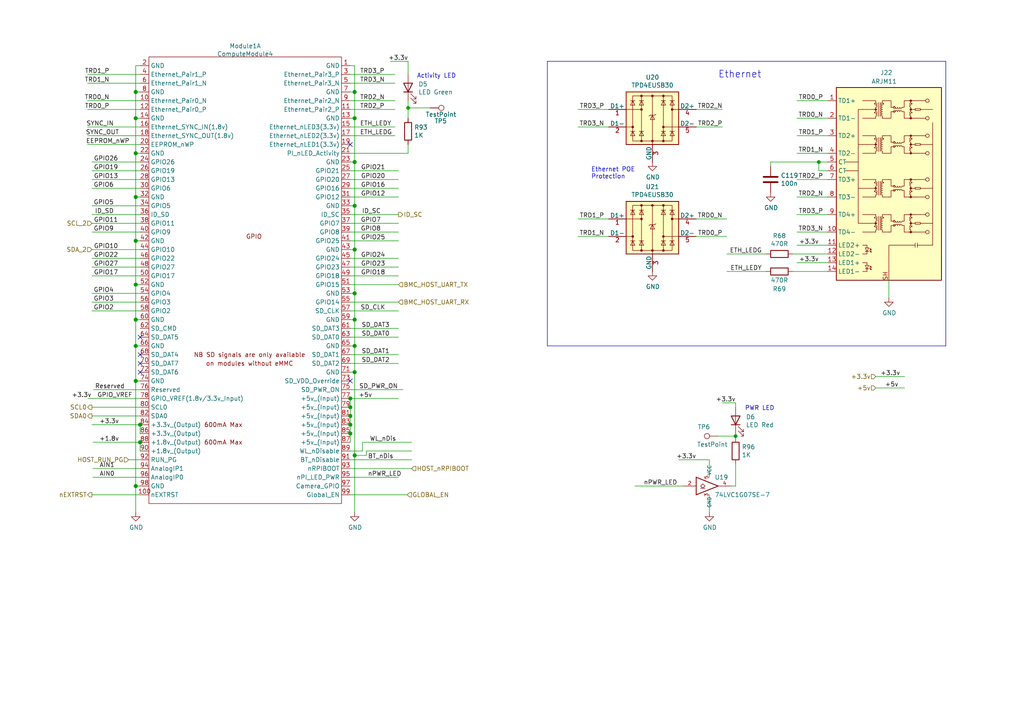
<source format=kicad_sch>
(kicad_sch (version 20210621) (generator eeschema)
  (paper "A4")
  (title_block (title "srvant-board MK1") (date "2021-07-14") (rev "rev-0.1dev"))
  (lib_symbols
    (symbol "CM4IO:74LVC1G07_copy"
      (property "Reference" "U" (at -2.54 3.81 0))
      (property "Value" "74LVC1G07_copy" (at 0 -3.81 0))
      (symbol "74LVC1G07_copy_1_1"
        (pin input line (at -7.62 0 0) (length 3.81) (name "~") (number "2"))
        (pin power_in line (at 0 -2.54 270) (length 0) (name "GND") (number "3"))
        (pin open_collector line (at 6.35 0 180) (length 3.81) (name "~") (number "4"))
        (pin power_in line (at 0 2.54 90) (length 0) (name "VCC") (number "5"))
      )
    )
    (symbol "CM4IO:ComputeModule4-CM4"
      (property "Reference" "Module" (at 113.03 -68.58 0))
      (property "Value" "ComputeModule4-CM4" (at 140.97 2.54 0))
      (property "Field4" "Hirose" (at 0 0 0))
      (property "Field5" "2x DF40C-100DS-0.4V" (at 0 -2.54 0))
      (symbol "ComputeModule4-CM4_1_0"
        (text "GPIO" (at 0 6.35 0) (effects (font (size 1.27 1.27))))
      )
      (symbol "ComputeModule4-CM4_1_1"
        (text "600mA Max" (at -8.89 -53.34 0) (effects (font (size 1.27 1.27))))
        (text "600mA Max" (at -8.89 -48.26 0) (effects (font (size 1.27 1.27))))
        (text "NB SD signals are only available" (at -1.27 -27.94 0) (effects (font (size 1.27 1.27))))
        (text "on modules without eMMC" (at -1.27 -30.48 0) (effects (font (size 1.27 1.27))))
        (pin power_in line (at 27.94 55.88 180) (length 2.54) (name "GND") (number "1"))
        (pin passive line (at -33.02 45.72 0) (length 2.54) (name "Ethernet_Pair0_N") (number "10"))
        (pin output line (at -33.02 -68.58 0) (length 2.54) (name "nEXTRST") (number "100"))
        (pin passive line (at 27.94 43.18 180) (length 2.54) (name "Ethernet_Pair2_P") (number "11"))
        (pin passive line (at -33.02 43.18 0) (length 2.54) (name "Ethernet_Pair0_P") (number "12"))
        (pin power_in line (at 27.94 40.64 180) (length 2.54) (name "GND") (number "13"))
        (pin power_in line (at -33.02 40.64 0) (length 2.54) (name "GND") (number "14"))
        (pin output line (at 27.94 38.1 180) (length 2.54) (name "Ethernet_nLED3(3.3v)") (number "15"))
        (pin input line (at -33.02 38.1 0) (length 2.54) (name "Ethernet_SYNC_IN(1.8v)") (number "16"))
        (pin output line (at 27.94 35.56 180) (length 2.54) (name "Ethernet_nLED2(3.3v)") (number "17"))
        (pin input line (at -33.02 35.56 0) (length 2.54) (name "Ethernet_SYNC_OUT(1.8v)") (number "18"))
        (pin output line (at 27.94 33.02 180) (length 2.54) (name "Ethernet_nLED1(3.3v)") (number "19"))
        (pin power_in line (at -33.02 55.88 0) (length 2.54) (name "GND") (number "2"))
        (pin passive line (at -33.02 33.02 0) (length 2.54) (name "EEPROM_nWP") (number "20"))
        (pin open_collector line (at 27.94 30.48 180) (length 2.54) (name "PI_nLED_Activity") (number "21"))
        (pin power_in line (at -33.02 30.48 0) (length 2.54) (name "GND") (number "22"))
        (pin power_in line (at 27.94 27.94 180) (length 2.54) (name "GND") (number "23"))
        (pin passive line (at -33.02 27.94 0) (length 2.54) (name "GPIO26") (number "24"))
        (pin passive line (at 27.94 25.4 180) (length 2.54) (name "GPIO21") (number "25"))
        (pin passive line (at -33.02 25.4 0) (length 2.54) (name "GPIO19") (number "26"))
        (pin passive line (at 27.94 22.86 180) (length 2.54) (name "GPIO20") (number "27"))
        (pin passive line (at -33.02 22.86 0) (length 2.54) (name "GPIO13") (number "28"))
        (pin passive line (at 27.94 20.32 180) (length 2.54) (name "GPIO16") (number "29"))
        (pin passive line (at 27.94 53.34 180) (length 2.54) (name "Ethernet_Pair3_P") (number "3"))
        (pin passive line (at -33.02 20.32 0) (length 2.54) (name "GPIO6") (number "30"))
        (pin passive line (at 27.94 17.78 180) (length 2.54) (name "GPIO12") (number "31"))
        (pin power_in line (at -33.02 17.78 0) (length 2.54) (name "GND") (number "32"))
        (pin power_in line (at 27.94 15.24 180) (length 2.54) (name "GND") (number "33"))
        (pin passive line (at -33.02 15.24 0) (length 2.54) (name "GPIO5") (number "34"))
        (pin passive line (at 27.94 12.7 180) (length 2.54) (name "ID_SC") (number "35"))
        (pin passive line (at -33.02 12.7 0) (length 2.54) (name "ID_SD") (number "36"))
        (pin passive line (at 27.94 10.16 180) (length 2.54) (name "GPIO7") (number "37"))
        (pin passive line (at -33.02 10.16 0) (length 2.54) (name "GPIO11") (number "38"))
        (pin passive line (at 27.94 7.62 180) (length 2.54) (name "GPIO8") (number "39"))
        (pin passive line (at -33.02 53.34 0) (length 2.54) (name "Ethernet_Pair1_P") (number "4"))
        (pin passive line (at -33.02 7.62 0) (length 2.54) (name "GPIO9") (number "40"))
        (pin passive line (at 27.94 5.08 180) (length 2.54) (name "GPIO25") (number "41"))
        (pin power_in line (at -33.02 5.08 0) (length 2.54) (name "GND") (number "42"))
        (pin power_in line (at 27.94 2.54 180) (length 2.54) (name "GND") (number "43"))
        (pin passive line (at -33.02 2.54 0) (length 2.54) (name "GPIO10") (number "44"))
        (pin passive line (at 27.94 0 180) (length 2.54) (name "GPIO24") (number "45"))
        (pin passive line (at -33.02 0 0) (length 2.54) (name "GPIO22") (number "46"))
        (pin passive line (at 27.94 -2.54 180) (length 2.54) (name "GPIO23") (number "47"))
        (pin passive line (at -33.02 -2.54 0) (length 2.54) (name "GPIO27") (number "48"))
        (pin passive line (at 27.94 -5.08 180) (length 2.54) (name "GPIO18") (number "49"))
        (pin passive line (at 27.94 50.8 180) (length 2.54) (name "Ethernet_Pair3_N") (number "5"))
        (pin passive line (at -33.02 -5.08 0) (length 2.54) (name "GPIO17") (number "50"))
        (pin passive line (at 27.94 -7.62 180) (length 2.54) (name "GPIO15") (number "51"))
        (pin power_in line (at -33.02 -7.62 0) (length 2.54) (name "GND") (number "52"))
        (pin power_in line (at 27.94 -10.16 180) (length 2.54) (name "GND") (number "53"))
        (pin passive line (at -33.02 -10.16 0) (length 2.54) (name "GPIO4") (number "54"))
        (pin passive line (at 27.94 -12.7 180) (length 2.54) (name "GPIO14") (number "55"))
        (pin passive line (at -33.02 -12.7 0) (length 2.54) (name "GPIO3") (number "56"))
        (pin passive line (at 27.94 -15.24 180) (length 2.54) (name "SD_CLK") (number "57"))
        (pin passive line (at -33.02 -15.24 0) (length 2.54) (name "GPIO2") (number "58"))
        (pin power_in line (at 27.94 -17.78 180) (length 2.54) (name "GND") (number "59"))
        (pin passive line (at -33.02 50.8 0) (length 2.54) (name "Ethernet_Pair1_N") (number "6"))
        (pin power_in line (at -33.02 -17.78 0) (length 2.54) (name "GND") (number "60"))
        (pin passive line (at 27.94 -20.32 180) (length 2.54) (name "SD_DAT3") (number "61"))
        (pin passive line (at -33.02 -20.32 0) (length 2.54) (name "SD_CMD") (number "62"))
        (pin passive line (at 27.94 -22.86 180) (length 2.54) (name "SD_DAT0") (number "63"))
        (pin passive line (at -33.02 -22.86 0) (length 2.54) (name "SD_DAT5") (number "64"))
        (pin power_in line (at 27.94 -25.4 180) (length 2.54) (name "GND") (number "65"))
        (pin power_in line (at -33.02 -25.4 0) (length 2.54) (name "GND") (number "66"))
        (pin passive line (at 27.94 -27.94 180) (length 2.54) (name "SD_DAT1") (number "67"))
        (pin passive line (at -33.02 -27.94 0) (length 2.54) (name "SD_DAT4") (number "68"))
        (pin passive line (at 27.94 -30.48 180) (length 2.54) (name "SD_DAT2") (number "69"))
        (pin power_in line (at 27.94 48.26 180) (length 2.54) (name "GND") (number "7"))
        (pin passive line (at -33.02 -30.48 0) (length 2.54) (name "SD_DAT7") (number "70"))
        (pin power_in line (at 27.94 -33.02 180) (length 2.54) (name "GND") (number "71"))
        (pin passive line (at -33.02 -33.02 0) (length 2.54) (name "SD_DAT6") (number "72"))
        (pin input line (at 27.94 -35.56 180) (length 2.54) (name "SD_VDD_Override") (number "73"))
        (pin power_in line (at -33.02 -35.56 0) (length 2.54) (name "GND") (number "74"))
        (pin output line (at 27.94 -38.1 180) (length 2.54) (name "SD_PWR_ON") (number "75"))
        (pin passive line (at -33.02 -38.1 0) (length 2.54) (name "Reserved") (number "76"))
        (pin power_in line (at 27.94 -40.64 180) (length 2.54) (name "+5v_(Input)") (number "77"))
        (pin power_in line (at -33.02 -40.64 0) (length 2.54) (name "GPIO_VREF(1.8v/3.3v_Input)") (number "78"))
        (pin power_in line (at 27.94 -43.18 180) (length 2.54) (name "+5v_(Input)") (number "79"))
        (pin power_in line (at -33.02 48.26 0) (length 2.54) (name "GND") (number "8"))
        (pin passive line (at -33.02 -43.18 0) (length 2.54) (name "SCL0") (number "80"))
        (pin power_in line (at 27.94 -45.72 180) (length 2.54) (name "+5v_(Input)") (number "81"))
        (pin passive line (at -33.02 -45.72 0) (length 2.54) (name "SDA0") (number "82"))
        (pin power_in line (at 27.94 -48.26 180) (length 2.54) (name "+5v_(Input)") (number "83"))
        (pin power_out line (at -33.02 -48.26 0) (length 2.54) (name "+3.3v_(Output)") (number "84"))
        (pin power_in line (at 27.94 -50.8 180) (length 2.54) (name "+5v_(Input)") (number "85"))
        (pin power_out line (at -33.02 -50.8 0) (length 2.54) (name "+3.3v_(Output)") (number "86"))
        (pin power_in line (at 27.94 -53.34 180) (length 2.54) (name "+5v_(Input)") (number "87"))
        (pin power_out line (at -33.02 -53.34 0) (length 2.54) (name "+1.8v_(Output)") (number "88"))
        (pin input line (at 27.94 -55.88 180) (length 2.54) (name "WL_nDisable") (number "89"))
        (pin passive line (at 27.94 45.72 180) (length 2.54) (name "Ethernet_Pair2_N") (number "9"))
        (pin power_out line (at -33.02 -55.88 0) (length 2.54) (name "+1.8v_(Output)") (number "90"))
        (pin input line (at 27.94 -58.42 180) (length 2.54) (name "BT_nDisable") (number "91"))
        (pin passive line (at -33.02 -58.42 0) (length 2.54) (name "RUN_PG") (number "92"))
        (pin input line (at 27.94 -60.96 180) (length 2.54) (name "nRPIBOOT") (number "93"))
        (pin passive line (at -33.02 -60.96 0) (length 2.54) (name "AnalogIP1") (number "94"))
        (pin output line (at 27.94 -63.5 180) (length 2.54) (name "nPI_LED_PWR") (number "95"))
        (pin passive line (at -33.02 -63.5 0) (length 2.54) (name "AnalogIP0") (number "96"))
        (pin passive line (at 27.94 -66.04 180) (length 2.54) (name "Camera_GPIO") (number "97"))
        (pin power_in line (at -33.02 -66.04 0) (length 2.54) (name "GND") (number "98"))
        (pin input line (at 27.94 -68.58 180) (length 2.54) (name "Global_EN") (number "99"))
      )
      (symbol "ComputeModule4-CM4_2_1"
        (text "High Speed Serial" (at 140.97 0 0) (effects (font (size 1.27 1.27))))
        (pin input line (at 170.18 60.96 180) (length 5.08) (name "USB_OTG_ID") (number "101"))
        (pin input line (at 109.22 60.96 0) (length 5.08) (name "PCIe_CLK_nREQ") (number "102"))
        (pin passive line (at 170.18 58.42 180) (length 5.08) (name "USB2_N") (number "103"))
        (pin passive line (at 109.22 58.42 0) (length 5.08) (name "Reserved") (number "104"))
        (pin passive line (at 170.18 55.88 180) (length 5.08) (name "USB2_P") (number "105"))
        (pin passive line (at 109.22 55.88 0) (length 5.08) (name "Reserved") (number "106"))
        (pin power_in line (at 170.18 53.34 180) (length 5.08) (name "GND") (number "107"))
        (pin power_in line (at 109.22 53.34 0) (length 5.08) (name "GND") (number "108"))
        (pin bidirectional line (at 170.18 50.8 180) (length 5.08) (name "PCIe_nRST") (number "109"))
        (pin output line (at 109.22 50.8 0) (length 5.08) (name "PCIe_CLK_P") (number "110"))
        (pin passive line (at 170.18 48.26 180) (length 5.08) (name "VDAC_COMP") (number "111"))
        (pin output line (at 109.22 48.26 0) (length 5.08) (name "PCIe_CLK_N") (number "112"))
        (pin power_in line (at 170.18 45.72 180) (length 5.08) (name "GND") (number "113"))
        (pin power_in line (at 109.22 45.72 0) (length 5.08) (name "GND") (number "114"))
        (pin input line (at 170.18 43.18 180) (length 5.08) (name "CAM1_D0_N") (number "115"))
        (pin input line (at 109.22 43.18 0) (length 5.08) (name "PCIe_RX_P") (number "116"))
        (pin input line (at 170.18 40.64 180) (length 5.08) (name "CAM1_D0_P") (number "117"))
        (pin input line (at 109.22 40.64 0) (length 5.08) (name "PCIe_RX_N") (number "118"))
        (pin power_in line (at 170.18 38.1 180) (length 5.08) (name "GND") (number "119"))
        (pin power_in line (at 109.22 38.1 0) (length 5.08) (name "GND") (number "120"))
        (pin input line (at 170.18 35.56 180) (length 5.08) (name "CAM1_D1_N") (number "121"))
        (pin output line (at 109.22 35.56 0) (length 5.08) (name "PCIe_TX_P") (number "122"))
        (pin input line (at 170.18 33.02 180) (length 5.08) (name "CAM1_D1_P") (number "123"))
        (pin output line (at 109.22 33.02 0) (length 5.08) (name "PCIe_TX_N") (number "124"))
        (pin power_in line (at 170.18 30.48 180) (length 5.08) (name "GND") (number "125"))
        (pin power_in line (at 109.22 30.48 0) (length 5.08) (name "GND") (number "126"))
        (pin input line (at 170.18 27.94 180) (length 5.08) (name "CAM1_C_N") (number "127"))
        (pin input line (at 109.22 27.94 0) (length 5.08) (name "CAM0_D0_N") (number "128"))
        (pin input line (at 170.18 25.4 180) (length 5.08) (name "CAM1_C_P") (number "129"))
        (pin input line (at 109.22 25.4 0) (length 5.08) (name "CAM0_D0_P") (number "130"))
        (pin power_in line (at 170.18 22.86 180) (length 5.08) (name "GND") (number "131"))
        (pin power_in line (at 109.22 22.86 0) (length 5.08) (name "GND") (number "132"))
        (pin input line (at 170.18 20.32 180) (length 5.08) (name "CAM1_D2_N") (number "133"))
        (pin input line (at 109.22 20.32 0) (length 5.08) (name "CAM0_D1_N") (number "134"))
        (pin input line (at 170.18 17.78 180) (length 5.08) (name "CAM1_D2_P") (number "135"))
        (pin input line (at 109.22 17.78 0) (length 5.08) (name "CAM0_D1_P") (number "136"))
        (pin power_in line (at 170.18 15.24 180) (length 5.08) (name "GND") (number "137"))
        (pin power_in line (at 109.22 15.24 0) (length 5.08) (name "GND") (number "138"))
        (pin input line (at 170.18 12.7 180) (length 5.08) (name "CAM1_D3_N") (number "139"))
        (pin input line (at 109.22 12.7 0) (length 5.08) (name "CAM0_C_N") (number "140"))
        (pin input line (at 170.18 10.16 180) (length 5.08) (name "CAM1_D3_P") (number "141"))
        (pin input line (at 109.22 10.16 0) (length 5.08) (name "CAM0_C_P") (number "142"))
        (pin input line (at 170.18 7.62 180) (length 5.08) (name "HDMI1_HOTPLUG") (number "143"))
        (pin power_in line (at 109.22 7.62 0) (length 5.08) (name "GND") (number "144"))
        (pin bidirectional line (at 170.18 5.08 180) (length 5.08) (name "HDMI1_SDA") (number "145"))
        (pin output line (at 109.22 5.08 0) (length 5.08) (name "HDMI1_TX2_P") (number "146"))
        (pin open_collector line (at 170.18 2.54 180) (length 5.08) (name "HDMI1_SCL") (number "147"))
        (pin output line (at 109.22 2.54 0) (length 5.08) (name "HDMI1_TX2_N") (number "148"))
        (pin open_collector line (at 170.18 0 180) (length 5.08) (name "HDMI1_CEC") (number "149"))
        (pin power_in line (at 109.22 0 0) (length 5.08) (name "GND") (number "150"))
        (pin open_collector line (at 170.18 -2.54 180) (length 5.08) (name "HDMI0_CEC") (number "151"))
        (pin output line (at 109.22 -2.54 0) (length 5.08) (name "HDMI1_TX1_P") (number "152"))
        (pin input line (at 170.18 -5.08 180) (length 5.08) (name "HDMI0_HOTPLUG") (number "153"))
        (pin output line (at 109.22 -5.08 0) (length 5.08) (name "HDMI1_TX1_N") (number "154"))
        (pin power_in line (at 170.18 -7.62 180) (length 5.08) (name "GND") (number "155"))
        (pin power_in line (at 109.22 -7.62 0) (length 5.08) (name "GND") (number "156"))
        (pin output line (at 170.18 -10.16 180) (length 5.08) (name "DSI0_D0_N") (number "157"))
        (pin output line (at 109.22 -10.16 0) (length 5.08) (name "HDMI1_TX0_P") (number "158"))
        (pin output line (at 170.18 -12.7 180) (length 5.08) (name "DSI0_D0_P") (number "159"))
        (pin output line (at 109.22 -12.7 0) (length 5.08) (name "HDMI1_TX0_N") (number "160"))
        (pin power_in line (at 170.18 -15.24 180) (length 5.08) (name "GND") (number "161"))
        (pin power_in line (at 109.22 -15.24 0) (length 5.08) (name "GND") (number "162"))
        (pin output line (at 170.18 -17.78 180) (length 5.08) (name "DSI0_D1_N") (number "163"))
        (pin output line (at 109.22 -17.78 0) (length 5.08) (name "HDMI1_CLK_P") (number "164"))
        (pin output line (at 170.18 -20.32 180) (length 5.08) (name "DSI0_D1_P") (number "165"))
        (pin output line (at 109.22 -20.32 0) (length 5.08) (name "HDMI1_CLK_N") (number "166"))
        (pin power_in line (at 170.18 -22.86 180) (length 5.08) (name "GND") (number "167"))
        (pin power_in line (at 109.22 -22.86 0) (length 5.08) (name "GND") (number "168"))
        (pin output line (at 170.18 -25.4 180) (length 5.08) (name "DSI0_C_N") (number "169"))
        (pin output line (at 109.22 -25.4 0) (length 5.08) (name "HDMI0_TX2_P") (number "170"))
        (pin output line (at 170.18 -27.94 180) (length 5.08) (name "DSI0_C_P") (number "171"))
        (pin output line (at 109.22 -27.94 0) (length 5.08) (name "HDMI0_TX2_N") (number "172"))
        (pin power_in line (at 170.18 -30.48 180) (length 5.08) (name "GND") (number "173"))
        (pin power_in line (at 109.22 -30.48 0) (length 5.08) (name "GND") (number "174"))
        (pin output line (at 170.18 -33.02 180) (length 5.08) (name "DSI1_D0_N") (number "175"))
        (pin output line (at 109.22 -33.02 0) (length 5.08) (name "HDMI0_TX1_P") (number "176"))
        (pin output line (at 170.18 -35.56 180) (length 5.08) (name "DSI1_D0_P") (number "177"))
        (pin output line (at 109.22 -35.56 0) (length 5.08) (name "HDMI0_TX1_N") (number "178"))
        (pin power_in line (at 170.18 -38.1 180) (length 5.08) (name "GND") (number "179"))
        (pin power_in line (at 109.22 -38.1 0) (length 5.08) (name "GND") (number "180"))
        (pin output line (at 170.18 -40.64 180) (length 5.08) (name "DSI1_D1_N") (number "181"))
        (pin output line (at 109.22 -40.64 0) (length 5.08) (name "HDMI0_TX0_P") (number "182"))
        (pin output line (at 170.18 -43.18 180) (length 5.08) (name "DSI1_D1_P") (number "183"))
        (pin output line (at 109.22 -43.18 0) (length 5.08) (name "HDMI0_TX0_N") (number "184"))
        (pin power_in line (at 170.18 -45.72 180) (length 5.08) (name "GND") (number "185"))
        (pin power_in line (at 109.22 -45.72 0) (length 5.08) (name "GND") (number "186"))
        (pin output line (at 170.18 -48.26 180) (length 5.08) (name "DSI1_C_N") (number "187"))
        (pin output line (at 109.22 -48.26 0) (length 5.08) (name "HDMI0_CLK_P") (number "188"))
        (pin output line (at 170.18 -50.8 180) (length 5.08) (name "DSI1_C_P") (number "189"))
        (pin output line (at 109.22 -50.8 0) (length 5.08) (name "HDMI0_CLK_N") (number "190"))
        (pin power_in line (at 170.18 -53.34 180) (length 5.08) (name "GND") (number "191"))
        (pin power_in line (at 109.22 -53.34 0) (length 5.08) (name "GND") (number "192"))
        (pin output line (at 170.18 -55.88 180) (length 5.08) (name "DSI1_D2_N") (number "193"))
        (pin output line (at 109.22 -55.88 0) (length 5.08) (name "DSI1_D3_N") (number "194"))
        (pin output line (at 170.18 -58.42 180) (length 5.08) (name "DSI1_D2_P") (number "195"))
        (pin output line (at 109.22 -58.42 0) (length 5.08) (name "DSI1_D3_P") (number "196"))
        (pin power_in line (at 170.18 -60.96 180) (length 5.08) (name "GND") (number "197"))
        (pin power_in line (at 109.22 -60.96 0) (length 5.08) (name "GND") (number "198"))
        (pin bidirectional line (at 170.18 -63.5 180) (length 5.08) (name "HDMI0_SDA") (number "199"))
        (pin open_collector line (at 109.22 -63.5 0) (length 5.08) (name "HDMI0_SCL") (number "200"))
      )
    )
    (symbol "CM4IO:TPD4EUSB30" (pin_names (offset 0))
      (property "Reference" "U" (at -0.635 8.89 0))
      (property "Value" "TPD4EUSB30" (at 8.89 -10.16 0))
      (symbol "TPD4EUSB30_1_1"
        (pin passive line (at -12.7 2.54 0) (length 5.08) (name "D1+") (number "1"))
        (pin passive line (at -12.7 2.54 0) (length 5.08) hide (name "~") (number "10"))
        (pin passive line (at -12.7 -2.54 0) (length 5.08) (name "D1-") (number "2"))
        (pin power_in line (at 0 -12.7 90) (length 5.08) (name "GND") (number "3"))
        (pin passive line (at 12.7 2.54 180) (length 5.08) (name "D2+") (number "4"))
        (pin passive line (at 12.7 -2.54 180) (length 5.08) (name "D2-") (number "5"))
        (pin passive line (at 12.7 -2.54 180) (length 5.08) hide (name "~") (number "6"))
        (pin passive line (at 12.7 2.54 180) (length 5.08) hide (name "~") (number "7"))
        (pin passive line (at 0 -12.7 90) (length 5.08) hide (name "GND") (number "8"))
        (pin passive line (at -12.7 -2.54 0) (length 5.08) hide (name "~") (number "9"))
      )
    )
    (symbol "Connector:ARJM11"
      (property "Reference" "J" (at -11.43 27.94 0))
      (property "Value" "ARJM11" (at 10.16 29.21 0))
      (symbol "ARJM11_1_1"
        (pin passive line (at -17.78 21.59 0) (length 2.54) (name "TD1+") (number "1"))
        (pin passive line (at -17.78 -16.51 0) (length 2.54) (name "TD4-") (number "10"))
        (pin passive line (at -17.78 -20.32 0) (length 2.54) (name "LED2+") (number "11"))
        (pin passive line (at -17.78 -22.86 0) (length 2.54) (name "LED2-") (number "12"))
        (pin passive line (at -17.78 -25.4 0) (length 2.54) (name "LED1+") (number "13"))
        (pin passive line (at -17.78 -27.94 0) (length 2.54) (name "LED1-") (number "14"))
        (pin passive line (at -17.78 16.51 0) (length 2.54) (name "TD1-") (number "2"))
        (pin passive line (at -17.78 11.43 0) (length 2.54) (name "TD2+") (number "3"))
        (pin passive line (at -17.78 6.35 0) (length 2.54) (name "TD2-") (number "4"))
        (pin passive line (at -17.78 3.81 0) (length 2.54) (name "CT") (number "5"))
        (pin passive line (at -17.78 1.27 0) (length 2.54) (name "CT") (number "6"))
        (pin passive line (at -17.78 -1.27 0) (length 2.54) (name "TD3+") (number "7"))
        (pin passive line (at -17.78 -6.35 0) (length 2.54) (name "TD3-") (number "8"))
        (pin passive line (at -17.78 -11.43 0) (length 2.54) (name "TD4+") (number "9"))
        (pin passive line (at 0 -30.48 90) (length 2.54) (name "~") (number "SH"))
      )
    )
    (symbol "Connector:TestPoint" (pin_numbers hide) (pin_names (offset 0.762) hide)
      (property "Reference" "TP" (at 0 6.858 0))
      (property "Value" "TestPoint" (at 0 5.08 0))
      (symbol "TestPoint_1_1"
        (pin passive line (at 0 0 90) (length 2.54) (name "1") (number "1"))
      )
    )
    (symbol "Device:C" (pin_numbers hide) (pin_names (offset 0.254))
      (property "Reference" "C" (at 0.635 2.54 0))
      (property "Value" "C" (at 0.635 -2.54 0))
      (symbol "C_1_1"
        (pin passive line (at 0 3.81 270) (length 2.794) (name "~") (number "1"))
        (pin passive line (at 0 -3.81 90) (length 2.794) (name "~") (number "2"))
      )
    )
    (symbol "Device:LED" (pin_numbers hide) (pin_names hide)
      (property "Reference" "D" (at 0 2.54 0))
      (property "Value" "LED" (at 0 -2.54 0))
      (symbol "LED_1_1"
        (pin passive line (at -3.81 0 0) (length 2.54) (name "K") (number "1"))
        (pin passive line (at 3.81 0 180) (length 2.54) (name "A") (number "2"))
      )
    )
    (symbol "Device:R" (pin_numbers hide) (pin_names (offset 0))
      (property "Reference" "R" (at 2.032 0 90))
      (property "Value" "R" (at 0 0 90))
      (symbol "R_1_1"
        (pin passive line (at 0 3.81 270) (length 1.27) (name "~") (number "1"))
        (pin passive line (at 0 -3.81 90) (length 1.27) (name "~") (number "2"))
      )
    )
    (symbol "power:GND" (power) (pin_names (offset 0))
      (property "Value" "GND" (at 0 -3.81 0))
      (symbol "GND_1_1"
        (pin power_in line (at 0 0 270) (length 0) hide (name "GND") (number "1"))
      )
    )
  )
  (junction (at 39.37 26.67) (diameter 1.016))
  (junction (at 39.37 34.29) (diameter 1.016))
  (junction (at 39.37 44.45) (diameter 1.016))
  (junction (at 39.37 57.15) (diameter 1.016))
  (junction (at 39.37 69.85) (diameter 1.016))
  (junction (at 39.37 82.55) (diameter 1.016))
  (junction (at 39.37 92.71) (diameter 1.016))
  (junction (at 39.37 100.33) (diameter 1.016))
  (junction (at 39.37 110.49) (diameter 1.016))
  (junction (at 39.37 140.97) (diameter 1.016))
  (junction (at 40.64 123.19) (diameter 1.016))
  (junction (at 40.64 128.27) (diameter 1.016))
  (junction (at 101.6 115.57) (diameter 1.016))
  (junction (at 101.6 118.11) (diameter 1.016))
  (junction (at 101.6 120.65) (diameter 1.016))
  (junction (at 101.6 123.19) (diameter 1.016))
  (junction (at 101.6 125.73) (diameter 1.016))
  (junction (at 102.87 26.67) (diameter 1.016))
  (junction (at 102.87 34.29) (diameter 1.016))
  (junction (at 102.87 46.99) (diameter 1.016))
  (junction (at 102.87 59.69) (diameter 1.016))
  (junction (at 102.87 72.39) (diameter 1.016))
  (junction (at 102.87 85.09) (diameter 1.016))
  (junction (at 102.87 92.71) (diameter 1.016))
  (junction (at 102.87 100.33) (diameter 1.016))
  (junction (at 102.87 107.95) (diameter 1.016))
  (junction (at 102.87 132.08) (diameter 1.016))
  (junction (at 118.364 31.2928) (diameter 0.9144))
  (junction (at 213.36 126.492) (diameter 0.9144))
  (junction (at 237.49 46.99) (diameter 0.9144))
  (no_connect (at 40.64 97.79))
  (no_connect (at 40.64 102.87))
  (no_connect (at 40.64 105.41))
  (no_connect (at 40.64 107.95))
  (no_connect (at 101.6 41.91))
  (no_connect (at 101.6 110.49))
  (wire (pts (xy 25.4 21.59) (xy 40.64 21.59)))
  (wire (pts (xy 25.4 24.13) (xy 40.64 24.13)))
  (wire (pts (xy 25.4 29.21) (xy 40.64 29.21)))
  (wire (pts (xy 25.4 31.75) (xy 40.64 31.75)))
  (wire (pts (xy 25.4 36.83) (xy 40.64 36.83)))
  (wire (pts (xy 25.4 39.37) (xy 40.64 39.37)))
  (wire (pts (xy 25.4 41.91) (xy 40.64 41.91)))
  (wire (pts (xy 25.527 115.57) (xy 40.64 115.57)))
  (wire (pts (xy 26.67 46.99) (xy 40.64 46.99)))
  (wire (pts (xy 26.67 49.53) (xy 40.64 49.53)))
  (wire (pts (xy 26.67 52.07) (xy 40.64 52.07)))
  (wire (pts (xy 26.67 54.61) (xy 40.64 54.61)))
  (wire (pts (xy 26.67 59.69) (xy 40.64 59.69)))
  (wire (pts (xy 26.67 62.23) (xy 40.64 62.23)))
  (wire (pts (xy 26.67 64.77) (xy 40.64 64.77)))
  (wire (pts (xy 26.67 67.31) (xy 40.64 67.31)))
  (wire (pts (xy 26.67 72.39) (xy 40.64 72.39)))
  (wire (pts (xy 26.67 74.93) (xy 40.64 74.93)))
  (wire (pts (xy 26.67 77.47) (xy 40.64 77.47)))
  (wire (pts (xy 26.67 80.01) (xy 40.64 80.01)))
  (wire (pts (xy 26.67 85.09) (xy 40.64 85.09)))
  (wire (pts (xy 26.67 87.63) (xy 40.64 87.63)))
  (wire (pts (xy 26.67 90.17) (xy 40.64 90.17)))
  (wire (pts (xy 26.67 118.11) (xy 40.64 118.11)))
  (wire (pts (xy 26.67 120.65) (xy 40.64 120.65)))
  (wire (pts (xy 26.67 123.19) (xy 40.64 123.19)))
  (wire (pts (xy 26.67 143.51) (xy 40.64 143.51)))
  (wire (pts (xy 26.924 128.27) (xy 40.64 128.27)))
  (wire (pts (xy 26.924 135.89) (xy 40.64 135.89)))
  (wire (pts (xy 26.924 138.43) (xy 40.64 138.43)))
  (wire (pts (xy 27.1272 113.03) (xy 40.64 113.03)))
  (wire (pts (xy 37.2872 133.35) (xy 40.64 133.35)))
  (wire (pts (xy 39.37 19.05) (xy 39.37 26.67)))
  (wire (pts (xy 39.37 26.67) (xy 39.37 34.29)))
  (wire (pts (xy 39.37 34.29) (xy 39.37 44.45)))
  (wire (pts (xy 39.37 44.45) (xy 39.37 57.15)))
  (wire (pts (xy 39.37 44.45) (xy 40.64 44.45)))
  (wire (pts (xy 39.37 57.15) (xy 39.37 69.85)))
  (wire (pts (xy 39.37 57.15) (xy 40.64 57.15)))
  (wire (pts (xy 39.37 69.85) (xy 39.37 82.55)))
  (wire (pts (xy 39.37 69.85) (xy 40.64 69.85)))
  (wire (pts (xy 39.37 82.55) (xy 39.37 92.71)))
  (wire (pts (xy 39.37 82.55) (xy 40.64 82.55)))
  (wire (pts (xy 39.37 92.71) (xy 39.37 100.33)))
  (wire (pts (xy 39.37 92.71) (xy 40.64 92.71)))
  (wire (pts (xy 39.37 100.33) (xy 39.37 110.49)))
  (wire (pts (xy 39.37 100.33) (xy 40.64 100.33)))
  (wire (pts (xy 39.37 110.49) (xy 39.37 140.97)))
  (wire (pts (xy 39.37 110.49) (xy 40.64 110.49)))
  (wire (pts (xy 39.37 140.97) (xy 39.37 148.59)))
  (wire (pts (xy 40.64 19.05) (xy 39.37 19.05)))
  (wire (pts (xy 40.64 26.67) (xy 39.37 26.67)))
  (wire (pts (xy 40.64 34.29) (xy 39.37 34.29)))
  (wire (pts (xy 40.64 125.73) (xy 40.64 123.19)))
  (wire (pts (xy 40.64 128.27) (xy 40.894 128.27)))
  (wire (pts (xy 40.64 130.81) (xy 40.64 128.27)))
  (wire (pts (xy 40.64 140.97) (xy 39.37 140.97)))
  (wire (pts (xy 101.6 19.05) (xy 102.87 19.05)))
  (wire (pts (xy 101.6 21.59) (xy 114.554 21.59)))
  (wire (pts (xy 101.6 24.13) (xy 114.554 24.13)))
  (wire (pts (xy 101.6 26.67) (xy 102.87 26.67)))
  (wire (pts (xy 101.6 29.21) (xy 114.554 29.21)))
  (wire (pts (xy 101.6 31.75) (xy 114.554 31.75)))
  (wire (pts (xy 101.6 34.29) (xy 102.87 34.29)))
  (wire (pts (xy 101.6 36.83) (xy 114.554 36.83)))
  (wire (pts (xy 101.6 39.37) (xy 114.554 39.37)))
  (wire (pts (xy 101.6 44.45) (xy 118.364 44.45)))
  (wire (pts (xy 101.6 46.99) (xy 102.87 46.99)))
  (wire (pts (xy 101.6 49.53) (xy 115.57 49.53)))
  (wire (pts (xy 101.6 52.07) (xy 115.57 52.07)))
  (wire (pts (xy 101.6 54.61) (xy 115.57 54.61)))
  (wire (pts (xy 101.6 57.15) (xy 115.57 57.15)))
  (wire (pts (xy 101.6 59.69) (xy 102.87 59.69)))
  (wire (pts (xy 101.6 62.23) (xy 115.57 62.23)))
  (wire (pts (xy 101.6 64.77) (xy 115.57 64.77)))
  (wire (pts (xy 101.6 67.31) (xy 115.57 67.31)))
  (wire (pts (xy 101.6 69.85) (xy 115.57 69.85)))
  (wire (pts (xy 101.6 72.39) (xy 102.87 72.39)))
  (wire (pts (xy 101.6 74.93) (xy 115.57 74.93)))
  (wire (pts (xy 101.6 77.47) (xy 115.57 77.47)))
  (wire (pts (xy 101.6 80.01) (xy 115.57 80.01)))
  (wire (pts (xy 101.6 82.55) (xy 115.57 82.55)))
  (wire (pts (xy 101.6 85.09) (xy 102.87 85.09)))
  (wire (pts (xy 101.6 87.63) (xy 115.57 87.63)))
  (wire (pts (xy 101.6 92.71) (xy 102.87 92.71)))
  (wire (pts (xy 101.6 97.79) (xy 115.57 97.79)))
  (wire (pts (xy 101.6 100.33) (xy 102.87 100.33)))
  (wire (pts (xy 101.6 105.41) (xy 115.57 105.41)))
  (wire (pts (xy 101.6 107.95) (xy 102.87 107.95)))
  (wire (pts (xy 101.6 113.03) (xy 116.84 113.03)))
  (wire (pts (xy 101.6 115.57) (xy 101.6 118.11)))
  (wire (pts (xy 101.6 115.57) (xy 115.57 115.57)))
  (wire (pts (xy 101.6 118.11) (xy 101.6 120.65)))
  (wire (pts (xy 101.6 120.65) (xy 101.6 123.19)))
  (wire (pts (xy 101.6 123.19) (xy 101.6 125.73)))
  (wire (pts (xy 101.6 125.73) (xy 101.6 128.27)))
  (wire (pts (xy 101.6 130.81) (xy 105.156 130.81)))
  (wire (pts (xy 101.6 133.35) (xy 119.38 133.35)))
  (wire (pts (xy 101.6 135.89) (xy 119.38 135.89)))
  (wire (pts (xy 101.6 138.43) (xy 115.57 138.43)))
  (wire (pts (xy 101.6 143.51) (xy 118.11 143.51)))
  (wire (pts (xy 102.87 19.05) (xy 102.87 26.67)))
  (wire (pts (xy 102.87 26.67) (xy 102.87 34.29)))
  (wire (pts (xy 102.87 34.29) (xy 102.87 46.99)))
  (wire (pts (xy 102.87 46.99) (xy 102.87 59.69)))
  (wire (pts (xy 102.87 59.69) (xy 102.87 72.39)))
  (wire (pts (xy 102.87 72.39) (xy 102.87 85.09)))
  (wire (pts (xy 102.87 85.09) (xy 102.87 92.71)))
  (wire (pts (xy 102.87 92.71) (xy 102.87 100.33)))
  (wire (pts (xy 102.87 100.33) (xy 102.87 107.95)))
  (wire (pts (xy 102.87 107.95) (xy 102.87 132.08)))
  (wire (pts (xy 102.87 132.08) (xy 102.87 148.59)))
  (wire (pts (xy 102.87 132.08) (xy 106.2482 132.08)))
  (wire (pts (xy 105.156 128.27) (xy 119.38 128.27)))
  (wire (pts (xy 105.156 130.81) (xy 105.156 128.27)))
  (wire (pts (xy 106.2482 130.81) (xy 119.38 130.81)))
  (wire (pts (xy 106.2482 132.08) (xy 106.2482 130.81)))
  (wire (pts (xy 113.284 17.78) (xy 118.364 17.78)))
  (wire (pts (xy 115.57 90.17) (xy 101.6 90.17)))
  (wire (pts (xy 115.57 95.25) (xy 101.6 95.25)))
  (wire (pts (xy 115.57 102.87) (xy 101.6 102.87)))
  (wire (pts (xy 118.364 21.59) (xy 118.364 17.78)))
  (wire (pts (xy 118.364 29.21) (xy 118.364 31.2928)))
  (wire (pts (xy 118.364 31.2928) (xy 118.364 34.29)))
  (wire (pts (xy 118.364 31.2928) (xy 124.714 31.2928)))
  (wire (pts (xy 118.364 44.45) (xy 118.364 41.91)))
  (wire (pts (xy 167.64 31.75) (xy 176.53 31.75)))
  (wire (pts (xy 167.64 36.83) (xy 176.53 36.83)))
  (wire (pts (xy 167.64 63.5) (xy 176.53 63.5)))
  (wire (pts (xy 176.53 68.58) (xy 167.64 68.58)))
  (wire (pts (xy 184.15 140.97) (xy 198.12 140.97)))
  (wire (pts (xy 201.93 31.75) (xy 209.55 31.75)))
  (wire (pts (xy 201.93 36.83) (xy 209.55 36.83)))
  (wire (pts (xy 201.93 63.5) (xy 210.82 63.5)))
  (wire (pts (xy 201.93 68.58) (xy 210.82 68.58)))
  (wire (pts (xy 205.74 133.35) (xy 196.85 133.35)))
  (wire (pts (xy 205.74 138.43) (xy 205.74 133.35)))
  (wire (pts (xy 205.74 143.51) (xy 205.74 148.59)))
  (wire (pts (xy 208.3562 126.492) (xy 213.36 126.492)))
  (wire (pts (xy 210.82 73.66) (xy 222.25 73.66)))
  (wire (pts (xy 210.82 78.74) (xy 222.25 78.74)))
  (wire (pts (xy 213.36 116.84) (xy 209.55 116.84)))
  (wire (pts (xy 213.36 118.11) (xy 213.36 116.84)))
  (wire (pts (xy 213.36 125.73) (xy 213.36 126.492)))
  (wire (pts (xy 213.36 126.492) (xy 213.36 127)))
  (wire (pts (xy 213.36 134.62) (xy 213.36 140.97)))
  (wire (pts (xy 213.36 140.97) (xy 212.09 140.97)))
  (wire (pts (xy 223.52 46.99) (xy 237.49 46.99)))
  (wire (pts (xy 223.52 48.26) (xy 223.52 46.99)))
  (wire (pts (xy 229.87 73.66) (xy 240.03 73.66)))
  (wire (pts (xy 229.87 78.74) (xy 240.03 78.74)))
  (wire (pts (xy 231.14 29.21) (xy 240.03 29.21)))
  (wire (pts (xy 231.14 34.29) (xy 240.03 34.29)))
  (wire (pts (xy 231.14 39.37) (xy 240.03 39.37)))
  (wire (pts (xy 231.14 44.45) (xy 240.03 44.45)))
  (wire (pts (xy 231.14 52.07) (xy 240.03 52.07)))
  (wire (pts (xy 231.14 57.15) (xy 240.03 57.15)))
  (wire (pts (xy 231.14 62.23) (xy 240.03 62.23)))
  (wire (pts (xy 231.14 67.31) (xy 240.03 67.31)))
  (wire (pts (xy 231.14 71.12) (xy 240.03 71.12)))
  (wire (pts (xy 231.14 76.2) (xy 240.03 76.2)))
  (wire (pts (xy 237.49 46.99) (xy 240.03 46.99)))
  (wire (pts (xy 237.49 49.53) (xy 237.49 46.99)))
  (wire (pts (xy 240.03 49.53) (xy 237.49 49.53)))
  (wire (pts (xy 254 109.22) (xy 262.382 109.22)))
  (wire (pts (xy 254 112.522) (xy 262.382 112.522)))
  (wire (pts (xy 257.81 81.28) (xy 257.81 86.36)))
  (polyline (pts (xy 158.75 17.78) (xy 274.32 17.78)) (stroke (width 0) (type solid)))
  (polyline (pts (xy 158.75 100.33) (xy 158.75 17.78)) (stroke (width 0) (type solid)))
  (polyline (pts (xy 274.32 17.78) (xy 274.32 100.33)) (stroke (width 0) (type solid)))
  (polyline (pts (xy 274.32 100.33) (xy 158.75 100.33)) (stroke (width 0) (type solid)))
  (text "Activity LED" (at 120.904 22.86 0) (effects (font (size 1.27 1.27)) (justify left bottom)))
  (text "Ethernet POE\nProtection" (at 171.45 52.07 0) (effects (font (size 1.27 1.27)) (justify left bottom)))
  (text "Ethernet" (at 208.28 22.86 0) (effects (font (size 2.0066 2.0066)) (justify left bottom)))
  (text "PWR LED" (at 216.027 119.253 0) (effects (font (size 1.27 1.27)) (justify left bottom)))
  (label "+3.3v" (at 26.543 115.57 180))
  (label "GPIO_VREF" (at 28.194 115.57 0))
  (label "TRD1_P" (at 31.75 21.59 180))
  (label "TRD1_N" (at 31.75 24.13 180))
  (label "TRD0_N" (at 31.75 29.21 180))
  (label "TRD0_P" (at 31.75 31.75 180))
  (label "SYNC_IN" (at 33.02 36.83 180))
  (label "GPIO6" (at 33.02 54.61 180))
  (label "GPIO5" (at 33.02 59.69 180))
  (label "ID_SD" (at 33.02 62.23 180))
  (label "GPIO9" (at 33.02 67.31 180))
  (label "GPIO4" (at 33.02 85.09 180))
  (label "GPIO3" (at 33.02 87.63 180))
  (label "GPIO2" (at 33.02 90.17 180))
  (label "AIN1" (at 33.274 135.89 180))
  (label "AIN0" (at 33.274 138.43 180))
  (label "GPIO26" (at 34.29 46.99 180))
  (label "GPIO19" (at 34.29 49.53 180))
  (label "GPIO13" (at 34.29 52.07 180))
  (label "GPIO11" (at 34.29 64.77 180))
  (label "GPIO10" (at 34.29 72.39 180))
  (label "GPIO22" (at 34.29 74.93 180))
  (label "GPIO27" (at 34.29 77.47 180))
  (label "GPIO17" (at 34.29 80.01 180))
  (label "SYNC_OUT" (at 34.544 39.37 180))
  (label "+3.3v" (at 34.544 123.19 180))
  (label "+1.8v" (at 34.544 128.27 180))
  (label "Reserved" (at 36.195 113.03 180))
  (label "EEPROM_nWP" (at 37.592 41.91 180))
  (label "SD_PWR_ON" (at 104.14 113.03 0))
  (label "TRD3_P" (at 104.394 21.59 0))
  (label "TRD3_N" (at 104.394 24.13 0))
  (label "TRD2_N" (at 104.394 29.21 0))
  (label "TRD2_P" (at 104.394 31.75 0))
  (label "ETH_LEDY" (at 104.394 36.83 0))
  (label "ETH_LEDG" (at 104.394 39.37 0))
  (label "nPWR_LED" (at 106.68 138.43 0))
  (label "+5v" (at 107.95 115.57 180))
  (label "ID_SC" (at 110.49 62.23 180))
  (label "GPIO7" (at 110.49 64.77 180))
  (label "GPIO8" (at 110.49 67.31 180))
  (label "GPIO21" (at 111.76 49.53 180))
  (label "GPIO20" (at 111.76 52.07 180))
  (label "GPIO16" (at 111.76 54.61 180))
  (label "GPIO12" (at 111.76 57.15 180))
  (label "GPIO25" (at 111.76 69.85 180))
  (label "GPIO24" (at 111.76 74.93 180))
  (label "GPIO23" (at 111.76 77.47 180))
  (label "GPIO18" (at 111.76 80.01 180))
  (label "SD_CLK" (at 111.76 90.17 180))
  (label "SD_DAT3" (at 113.03 95.25 180))
  (label "SD_DAT0" (at 113.03 97.79 180))
  (label "SD_DAT1" (at 113.03 102.87 180))
  (label "SD_DAT2" (at 113.03 105.41 180))
  (label "BT_nDis" (at 114.1476 133.35 180))
  (label "WL_nDis" (at 114.935 128.27 180))
  (label "+3.3v" (at 118.364 17.78 180))
  (label "TRD3_P" (at 175.26 31.75 180))
  (label "TRD3_N" (at 175.26 36.83 180))
  (label "TRD1_P" (at 175.26 63.5 180))
  (label "TRD1_N" (at 175.26 68.58 180))
  (label "nPWR_LED" (at 186.69 140.97 0))
  (label "+3.3v" (at 201.93 133.35 180))
  (label "TRD2_N" (at 209.55 31.75 180))
  (label "TRD2_P" (at 209.55 36.83 180))
  (label "TRD0_N" (at 209.55 63.5 180))
  (label "TRD0_P" (at 209.55 68.58 180))
  (label "+3.3v" (at 213.36 116.84 180))
  (label "ETH_LEDG" (at 220.98 73.66 180))
  (label "ETH_LEDY" (at 220.98 78.74 180))
  (label "+3.3v" (at 237.49 71.12 180))
  (label "+3.3v" (at 237.49 76.2 180))
  (label "TRD0_P" (at 238.76 29.21 180))
  (label "TRD0_N" (at 238.76 34.29 180))
  (label "TRD1_P" (at 238.76 39.37 180))
  (label "TRD1_N" (at 238.76 44.45 180))
  (label "TRD2_P" (at 238.76 52.07 180))
  (label "TRD2_N" (at 238.76 57.15 180))
  (label "TRD3_P" (at 238.76 62.23 180))
  (label "TRD3_N" (at 238.76 67.31 180))
  (label "+5v" (at 260.604 112.522 180))
  (label "+3.3v" (at 261.112 109.22 180))
  (hierarchical_label "SCL_2" (shape input) (at 26.67 64.77 180))
  (hierarchical_label "SDA_2" (shape input) (at 26.67 72.39 180))
  (hierarchical_label "SCL0" (shape output) (at 26.67 118.11 180))
  (hierarchical_label "SDA0" (shape output) (at 26.67 120.65 180))
  (hierarchical_label "nEXTRST" (shape output) (at 26.67 143.51 180))
  (hierarchical_label "HOST_RUN_PG" (shape input) (at 37.2872 133.35 180))
  (hierarchical_label "ID_SC" (shape output) (at 115.57 62.23 0))
  (hierarchical_label "BMC_HOST_UART_TX" (shape input) (at 115.57 82.55 0))
  (hierarchical_label "BMC_HOST_UART_RX" (shape input) (at 115.57 87.63 0))
  (hierarchical_label "GLOBAL_EN" (shape input) (at 118.11 143.51 0))
  (hierarchical_label "HOST_nRPIBOOT" (shape input) (at 119.38 135.89 0))
  (hierarchical_label "+3.3v" (shape input) (at 254 109.22 180))
  (hierarchical_label "+5v" (shape input) (at 254 112.522 180))
  (symbol (lib_id "Connector:TestPoint") (at 124.714 31.2928 270) (unit 1)
    (property "Reference" "TP5" (at 125.984 35.1028 90) (effects (justify left)))
    (property "Value" "TestPoint" (at 123.444 33.1978 90) (effects (justify left)))
    (property "Footprint" "TestPoint:TestPoint_Pad_2.0x2.0mm" (effects hide))
    (property "Field4" "nf" (effects hide))
    (property "Field5" "nf" (effects hide))
    (property "Field6" "nf" (effects hide))
    (property "Field7" "nf" (effects hide))
  )
  (symbol (lib_id "Connector:TestPoint") (at 208.3562 126.492 90) (unit 1)
    (property "Reference" "TP6" (at 205.994 123.825 90) (effects (justify left)))
    (property "Value" "TestPoint" (at 211.074 128.905 90) (effects (justify left)))
    (property "Footprint" "TestPoint:TestPoint_Pad_2.0x2.0mm" (effects hide))
    (property "Field4" "nf" (effects hide))
    (property "Field5" "nf" (effects hide))
    (property "Field6" "nf" (effects hide))
    (property "Field7" "nf" (effects hide))
  )
  (symbol (lib_id "power:GND") (at 39.37 148.59 0) (unit 1)
    (property "Reference" "#PWR0184" (effects hide))
    (property "Value" "GND" (at 39.497 152.9842 0))
  )
  (symbol (lib_id "power:GND") (at 102.87 148.59 0) (unit 1)
    (property "Reference" "#PWR0185" (effects hide))
    (property "Value" "GND" (at 102.997 152.9842 0))
  )
  (symbol (lib_id "power:GND") (at 189.23 46.99 0) (unit 1)
    (property "Reference" "#PWR0191" (effects hide))
    (property "Value" "GND" (at 189.357 51.3842 0))
  )
  (symbol (lib_id "power:GND") (at 189.23 78.74 0) (unit 1)
    (property "Reference" "#PWR0190" (effects hide))
    (property "Value" "GND" (at 189.357 83.1342 0))
  )
  (symbol (lib_id "power:GND") (at 205.74 148.59 0) (unit 1)
    (property "Reference" "#PWR0187" (effects hide))
    (property "Value" "GND" (at 205.867 152.9842 0))
  )
  (symbol (lib_id "power:GND") (at 223.52 55.88 0) (unit 1)
    (property "Reference" "#PWR0192" (effects hide))
    (property "Value" "GND" (at 223.647 60.2742 0))
  )
  (symbol (lib_id "power:GND") (at 257.81 86.36 0) (unit 1)
    (property "Reference" "#PWR0189" (effects hide))
    (property "Value" "GND" (at 257.937 90.7542 0))
  )
  (symbol (lib_id "Device:R") (at 118.364 38.1 0) (unit 1)
    (property "Reference" "R93" (at 120.142 36.9316 0) (effects (justify left)))
    (property "Value" "1K" (at 120.142 39.243 0) (effects (justify left)))
    (property "Footprint" "Resistor_SMD:R_0402_1005Metric" (effects hide))
    (property "Datasheet" "https://fscdn.rohm.com/en/products/databook/datasheet/passive/resistor/chip_resistor/mcr-e.pdf" (effects hide))
    (property "Field4" "Farnell" (effects hide))
    (property "Field5" "9239235" (effects hide))
    (property "Field7" "KOA EUROPE GMBH" (effects hide))
    (property "Field6" "RK73H1ETTP1001F" (effects hide))
    (property "Part Description" "Resistor 1K M1005 1% 63mW" (effects hide))
    (property "Field8" "125049511" (effects hide))
  )
  (symbol (lib_id "Device:R") (at 213.36 130.81 0) (unit 1)
    (property "Reference" "R96" (at 215.138 129.6416 0) (effects (justify left)))
    (property "Value" "1K" (at 215.138 131.953 0) (effects (justify left)))
    (property "Footprint" "Resistor_SMD:R_0402_1005Metric" (effects hide))
    (property "Datasheet" "https://fscdn.rohm.com/en/products/databook/datasheet/passive/resistor/chip_resistor/mcr-e.pdf" (effects hide))
    (property "Field4" "Farnell" (effects hide))
    (property "Field5" "9239235" (effects hide))
    (property "Field7" "KOA EUROPE GMBH" (effects hide))
    (property "Field6" "RK73H1ETTP1001F" (effects hide))
    (property "Part Description" "Resistor 1K M1005 1% 63mW" (effects hide))
    (property "Field8" "125049511" (effects hide))
  )
  (symbol (lib_id "Device:R") (at 226.06 73.66 270) (unit 1)
    (property "Reference" "R68" (at 226.06 68.4022 90))
    (property "Value" "470R" (at 226.06 70.7136 90))
    (property "Footprint" "Resistor_SMD:R_0402_1005Metric" (effects hide))
    (property "Datasheet" "https://fscdn.rohm.com/en/products/databook/datasheet/passive/resistor/chip_resistor/mcr-e.pdf" (effects hide))
    (property "Field4" "Farnell" (effects hide))
    (property "Field5" "9239197" (effects hide))
    (property "Field7" "KOA EUROPE GMBH" (effects hide))
    (property "Field6" "RK73G1ETQTP4700D         " (effects hide))
    (property "Field8" "120887981" (effects hide))
    (property "Part Description" "Resistor 470R M1005 1% 63mW" (effects hide))
  )
  (symbol (lib_id "Device:R") (at 226.06 78.74 270) (unit 1)
    (property "Reference" "R69" (at 226.06 83.82 90))
    (property "Value" "470R" (at 226.06 81.28 90))
    (property "Footprint" "Resistor_SMD:R_0402_1005Metric" (effects hide))
    (property "Datasheet" "https://fscdn.rohm.com/en/products/databook/datasheet/passive/resistor/chip_resistor/mcr-e.pdf" (effects hide))
    (property "Field4" "Farnell" (effects hide))
    (property "Field5" "9239197" (effects hide))
    (property "Field7" "KOA EUROPE GMBH" (effects hide))
    (property "Field6" "RK73G1ETQTP4700D         " (effects hide))
    (property "Field8" "120887981" (effects hide))
    (property "Part Description" "Resistor 470R M1005 1% 63mW" (effects hide))
  )
  (symbol (lib_id "Device:LED") (at 118.364 25.4 90) (unit 1)
    (property "Reference" "D5" (at 121.3358 24.4094 90) (effects (justify right)))
    (property "Value" "LED Green" (at 121.3358 26.7208 90) (effects (justify right)))
    (property "Footprint" "LED_SMD:LED_0603_1608Metric" (effects hide))
    (property "Datasheet" "http://optoelectronics.liteon.com/upload/download/DS22-2000-226/LTST-S270KGKT.pdf" (effects hide))
    (property "Field4" "Digikey " (effects hide))
    (property "Field5" "LTST-S270KGKT" (effects hide))
    (property "Field6" "SML-A12M8TT86N" (effects hide))
    (property "Field7" "Rohm" (effects hide))
    (property "Field8" "650263301" (effects hide))
    (property "Part Description" "	Green 572nm LED Indication - Discrete 2.2V 2-SMD, No Lead" (effects hide))
  )
  (symbol (lib_id "Device:LED") (at 213.36 121.92 90) (unit 1)
    (property "Reference" "D6" (at 216.3318 120.9294 90) (effects (justify right)))
    (property "Value" "LED Red" (at 216.3318 123.2408 90) (effects (justify right)))
    (property "Footprint" "LED_SMD:LED_0603_1608Metric" (effects hide))
    (property "Datasheet" "http://optoelectronics.liteon.com/upload/download/DS22-2000-210/LTST-S270KRKT.pdf" (effects hide))
    (property "Field4" "Digikey " (effects hide))
    (property "Field5" "	LTST-S270KRKT" (effects hide))
    (property "Field6" "SML-A12U8TT86Q" (effects hide))
    (property "Field7" "Rohm" (effects hide))
    (property "Field8" "650295101" (effects hide))
    (property "Part Description" "	Red 620nm LED Indication - Discrete 2.2V 2-SMD, No Lead" (effects hide))
  )
  (symbol (lib_id "Device:C") (at 223.52 52.07 0) (unit 1)
    (property "Reference" "C119" (at 226.441 50.9016 0) (effects (justify left)))
    (property "Value" "100n" (at 226.441 53.213 0) (effects (justify left)))
    (property "Footprint" "Capacitor_SMD:C_0402_1005Metric" (effects hide))
    (property "Datasheet" "https://search.murata.co.jp/Ceramy/image/img/A01X/G101/ENG/GRM155R71C104KA88-01.pdf" (effects hide))
    (property "Field4" "Farnell" (effects hide))
    (property "Field5" "2611911" (effects hide))
    (property "Field6" "RM EMK105 B7104KV-F" (effects hide))
    (property "Field7" "TAIYO YUDEN EUROPE GMBH" (effects hide))
    (property "Part Description" "	0.1uF 10% 16V Ceramic Capacitor X7R 0402 (1005 Metric)" (effects hide))
    (property "Field8" "110091611" (effects hide))
  )
  (symbol (lib_id "CM4IO:74LVC1G07_copy") (at 205.74 140.97 0) (unit 1)
    (property "Reference" "U19" (at 207.264 138.43 0) (effects (justify left)))
    (property "Value" "74LVC1G07SE-7" (at 207.264 143.51 0) (effects (justify left)))
    (property "Footprint" "Package_TO_SOT_SMD:SOT-353_SC-70-5" (effects hide))
    (property "Datasheet" "https://www.diodes.com/assets/Datasheets/74LVC1G07.pdf" (effects hide))
    (property "Field4" "Farnell" (effects hide))
    (property "Field5" "2425492" (effects hide))
    (property "Field6" "74LVC1G07SE-7" (effects hide))
    (property "Field7" "Diodes" (effects hide))
    (property "Part Description" "Buffer, Non-Inverting 1 Element 1 Bit per Element Open Drain Output SOT-353" (effects hide))
  )
  (symbol (lib_id "CM4IO:TPD4EUSB30") (at 189.23 34.29 0) (unit 1)
    (property "Reference" "U20" (at 189.23 22.4282 0))
    (property "Value" "TPD4EUSB30" (at 189.23 24.7396 0))
    (property "Footprint" "Package_SON:USON-10_2.5x1.0mm_P0.5mm" (effects hide))
    (property "Datasheet" "http://www.ti.com/lit/ds/symlink/tpd2eusb30a.pdf" (effects hide))
    (property "Field4" "Farnell" (effects hide))
    (property "Field5" "2335455" (effects hide))
    (property "Field6" "CDDFN10-3324P-13" (effects hide))
    (property "Field7" "Bourns" (effects hide))
    (property "Field8" "UDIO00346" (effects hide))
    (property "Part Description" "Quad TVS diode for high speed signals (USB3, GigE etc.)" (effects hide))
  )
  (symbol (lib_id "CM4IO:TPD4EUSB30") (at 189.23 66.04 0) (unit 1)
    (property "Reference" "U21" (at 189.23 54.1782 0))
    (property "Value" "TPD4EUSB30" (at 189.23 56.4896 0))
    (property "Footprint" "Package_SON:USON-10_2.5x1.0mm_P0.5mm" (effects hide))
    (property "Datasheet" "http://www.ti.com/lit/ds/symlink/tpd2eusb30a.pdf" (effects hide))
    (property "Field4" "Farnell" (effects hide))
    (property "Field5" "2335455" (effects hide))
    (property "Field6" "CDDFN10-3324P-13" (effects hide))
    (property "Field7" "Bourns" (effects hide))
    (property "Field8" "UDIO00346" (effects hide))
    (property "Part Description" "Quad TVS diode for high speed signals (USB3, GigE etc.)" (effects hide))
  )
  (symbol (lib_id "Connector:ARJM11") (at 257.81 50.8 0) (unit 1)
    (property "Reference" "J22" (at 255.27 21.0819 0) (effects (justify left)))
    (property "Value" "ARJM11" (at 252.73 23.6219 0) (effects (justify left)))
    (property "Footprint" "Connector_RJ:RJ45_Wuerth_7499111446_Horizontal" (effects hide))
    (property "Datasheet" "https://media.digikey.com/pdf/Data%20Sheets/Pulse%20PDFs/JK%20Series.pdf" (effects hide))
  )
  (symbol (lib_id "CM4IO:ComputeModule4-CM4") (at 73.66 74.93 0) (unit 1)
    (property "Reference" "Module1" (at 71.12 13.335 0))
    (property "Value" "ComputeModule4" (at 71.12 15.6464 0))
    (property "Footprint" "CM4:Raspberry-Pi-4-Compute-Module" (effects hide))
    (property "Field4" "Hirose" (effects hide))
    (property "Field5" "2off DF40C-100DS-0.4V" (effects hide))
    (property "Field6" "2off DF40C-100DS-0.4V" (effects hide))
    (property "Field7" "Hirose" (effects hide))
    (property "Part Description" "	100 Position Connector Receptacle, Center Strip Contacts Surface Mount Gold" (effects hide))
  )
)
</source>
